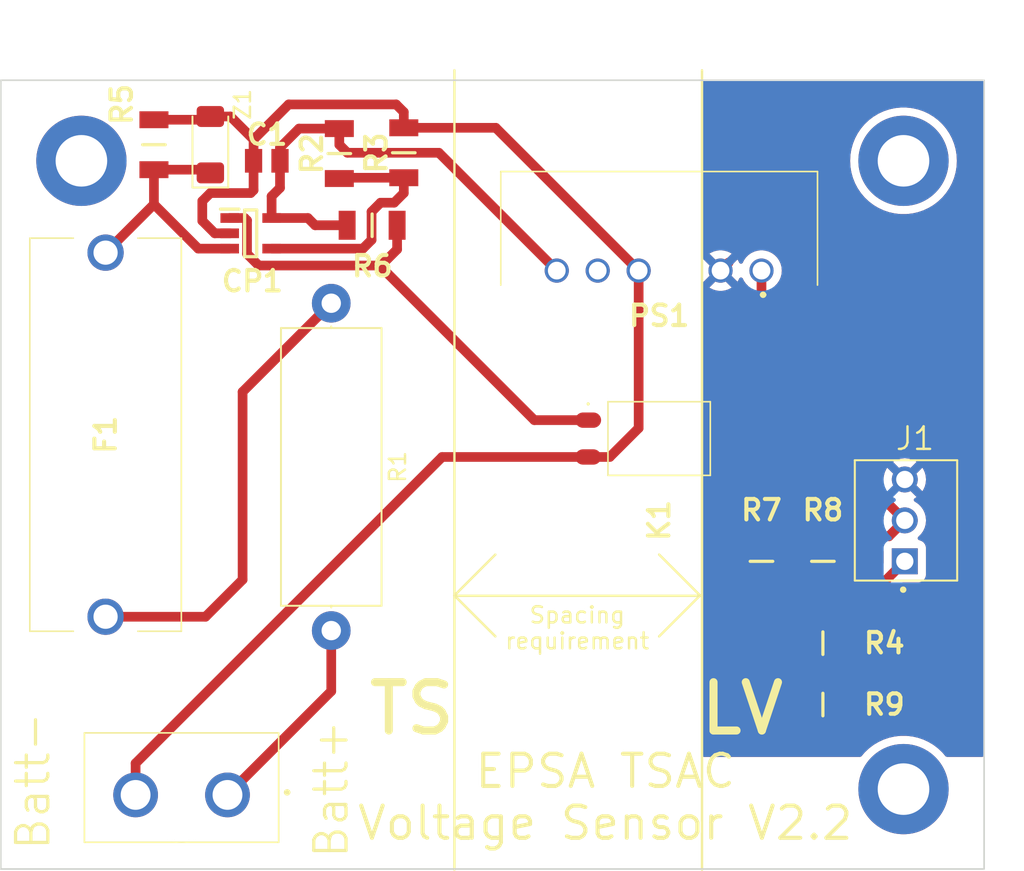
<source format=kicad_pcb>
(kicad_pcb (version 20240108) (generator "pcbnew") (generator_version "8.0")
  (layers (0 "F.Cu" signal) (31 "B.Cu" signal) (34 "B.Paste" user) (35 "F.Paste" user) (36 "B.SilkS" user "B.Silkscreen") (37 "F.SilkS" user "F.Silkscreen") (38 "B.Mask" user) (39 "F.Mask" user) (44 "Edge.Cuts" user))
  (net 0 "")
  (net 1 "Comp")
  (net 2 "0")
  (net 3 "+5V")
  (net 4 "Exit")
  (net 5 "+5VA")
  (net 6 "GND")
  (net 7 "+BATT")
  (net 8 "Net-(F1-Pad1)")
  (net 9 "Net-(CP1-IN-)")
  (net 10 "Net-(CP1-IN+)")
  (net 11 "Raw_Exit")
  (footprint "Diode_SMD:D_MiniMELF" (layer "F.Cu") (at 89 60.5 90)
    (property "Reference" "Z1" (at 2.5 2 90) (layer "F.SilkS"))
    (property "Value" "Zener TZM5224B-GS08")
    (fp_line (start 1.75 -1.11) (end -2.66 -1.11) (stroke (width 0.12)) (layer "F.SilkS"))
    (fp_line (start -2.66 -1.11) (end -2.66 1.11) (stroke (width 0.12)) (layer "F.SilkS"))
    (fp_line (start -2.66 1.11) (end 1.75 1.11) (stroke (width 0.12)) (layer "F.SilkS"))
    (pad "1" smd roundrect (at -1.75 0 90) (size 1.3 1.7) (layers "F.Cu" "F.Paste" "F.Mask") (roundrect_rratio 0.1923076923) (net 9 "Net-(CP1-IN-)"))
    (pad "2" smd roundrect (at 1.75 0 90) (size 1.3 1.7) (layers "F.Cu" "F.Paste" "F.Mask") (roundrect_rratio 0.1923076923) (net 2 "0"))
  )
  (footprint "EPSA_lib:RESC3216X70N" (layer "F.Cu") (at 127 86.36 90)
    (property "Reference" "R8" (at 3.175 0 0) (layer "F.SilkS") (effects (font (size 1.27 1.27) (thickness 0.254))))
    (property "Value" "8k2" (hide yes))
    (fp_line (start 0 -0.7) (end 0 0.7) (stroke (width 0.2)) (layer "F.SilkS"))
    (pad "1" smd rect (at -1.55 0 90) (size 1.05 1.8) (layers "F.Cu" "F.Paste" "F.Mask") (net 4 "Exit"))
    (pad "2" smd rect (at 1.55 0 90) (size 1.05 1.8) (layers "F.Cu" "F.Paste" "F.Mask") (net 5 "+5VA"))
  )
  (footprint "EPSA_lib:CPC1394GR" (layer "F.Cu") (at 116.84 78.74 -90)
    (property "Reference" "K1" (at 5.08 0 90) (layer "F.SilkS") (effects (font (size 1.27 1.27) (thickness 0.254))))
    (property "Value" "SSR CPC1394GR" (hide yes))
    (fp_line (start -2.2 4.4) (end -2.2 4.4) (stroke (width 0.1)) (layer "F.SilkS"))
    (fp_line (start -2.1 4.4) (end -2.1 4.4) (stroke (width 0.1)) (layer "F.SilkS"))
    (fp_line (start -2.286 3.175) (end -2.286 -3.175) (stroke (width 0.1)) (layer "F.SilkS"))
    (fp_line (start 2.286 3.175) (end -2.286 3.175) (stroke (width 0.1)) (layer "F.SilkS"))
    (fp_line (start -2.286 -3.175) (end 2.286 -3.175) (stroke (width 0.1)) (layer "F.SilkS"))
    (fp_line (start 2.286 -3.175) (end 2.286 3.175) (stroke (width 0.1)) (layer "F.SilkS"))
    (fp_arc (start -2.2 4.4) (mid -2.15 4.35) (end -2.1 4.4) (stroke (width 0.1)) (layer "F.SilkS"))
    (fp_arc (start -2.1 4.4) (mid -2.15 4.45) (end -2.2 4.4) (stroke (width 0.1)) (layer "F.SilkS"))
    (pad "1" smd oval (at -1.143 4.4 270) (size 0.95 1.6) (layers "F.Cu" "F.Paste" "F.Mask") (net 1 "Comp"))
    (pad "2" smd oval (at 1.143 4.4 270) (size 0.95 1.6) (layers "F.Cu" "F.Paste" "F.Mask") (net 2 "0"))
    (pad "3" smd oval (at 1.143 -4.4 270) (size 0.95 1.6) (layers "F.Cu" "F.Paste" "F.Mask") (net 11 "Raw_Exit"))
    (pad "4" smd oval (at -1.143 -4.4 270) (size 0.95 1.6) (layers "F.Cu" "F.Paste" "F.Mask") (net 5 "+5VA"))
  )
  (footprint "" (layer "F.Cu") (at 132 61.5)
    (property "Reference" "" (at 0 0 0) (layer "F.SilkS") (effects (font (size 1.27 1.27))))
    (property "Value" "")
    (pad "1" thru_hole circle (at 0 0) (size 5.6 5.6) (drill 3.2) (layers "*.Cu" "*.Mask"))
  )
  (footprint "EPSA_lib:SOT95P280X145-5N" (layer "F.Cu") (at 91.5 66)
    (property "Reference" "CP1" (at 0.103988 2.97137 0) (layer "F.SilkS") (effects (font (size 1.27 1.27) (thickness 0.254))))
    (property "Value" "Comparateur TS391ILT" (hide yes))
    (fp_line (start -1.875 -1.5) (end -0.725 -1.5) (stroke (width 0.2)) (layer "F.SilkS"))
    (fp_line (start -0.375 -1.45) (end 0.375 -1.45) (stroke (width 0.2)) (layer "F.SilkS"))
    (fp_line (start -0.375 1.45) (end -0.375 -1.45) (stroke (width 0.2)) (layer "F.SilkS"))
    (fp_line (start 0.375 -1.45) (end 0.375 1.45) (stroke (width 0.2)) (layer "F.SilkS"))
    (fp_line (start 0.375 1.45) (end -0.375 1.45) (stroke (width 0.2)) (layer "F.SilkS"))
    (pad "1" smd rect (at -1.3 -0.95 90) (size 0.6 1.15) (layers "F.Cu" "F.Paste" "F.Mask") (net 1 "Comp"))
    (pad "2" smd rect (at -1.3 0 90) (size 0.6 1.15) (layers "F.Cu" "F.Paste" "F.Mask") (net 2 "0"))
    (pad "3" smd rect (at -1.3 0.95 90) (size 0.6 1.15) (layers "F.Cu" "F.Paste" "F.Mask") (net 9 "Net-(CP1-IN-)"))
    (pad "4" smd rect (at 1.3 0.95 90) (size 0.6 1.15) (layers "F.Cu" "F.Paste" "F.Mask") (net 10 "Net-(CP1-IN+)"))
    (pad "5" smd rect (at 1.3 -0.95 90) (size 0.6 1.15) (layers "F.Cu" "F.Paste" "F.Mask") (net 3 "+5V"))
  )
  (footprint "EPSA_lib:RESC3216X70N" (layer "F.Cu") (at 123.19 86.36 -90)
    (property "Reference" "R7" (at -3.175 0 180) (layer "F.SilkS") (effects (font (size 1.27 1.27) (thickness 0.254))))
    (property "Value" "2k" (hide yes))
    (fp_line (start 0 -0.7) (end 0 0.7) (stroke (width 0.2)) (layer "F.SilkS"))
    (pad "1" smd rect (at -1.55 0 270) (size 1.05 1.8) (layers "F.Cu" "F.Paste" "F.Mask") (net 6 "GND"))
    (pad "2" smd rect (at 1.55 0 270) (size 1.05 1.8) (layers "F.Cu" "F.Paste" "F.Mask") (net 11 "Raw_Exit"))
  )
  (footprint "" (layer "F.Cu") (at 132 100.5)
    (property "Reference" "" (at 0 0 0) (layer "F.SilkS") (effects (font (size 1.27 1.27))))
    (property "Value" "")
    (pad "1" thru_hole circle (at 0 0) (size 5.6 5.6) (drill 3.2) (layers "*.Cu" "*.Mask"))
  )
  (footprint "Connecteur HV droit:2002411112" (layer "F.Cu") (at 90.0625 100.86)
    (property "Reference" "J2" (hide yes))
    (property "Value" "200241-1112" (hide yes))
    (fp_line (start -8.875 -3.85) (end 3.175 -3.85) (stroke (width 0.1)) (layer "F.SilkS"))
    (fp_line (start -8.875 2.94) (end -8.875 -3.85) (stroke (width 0.1)) (layer "F.SilkS"))
    (fp_line (start 3.175 -3.85) (end 3.175 2.94) (stroke (width 0.1)) (layer "F.SilkS"))
    (fp_line (start 3.175 2.94) (end -8.875 2.94) (stroke (width 0.1)) (layer "F.SilkS"))
    (fp_line (start 3.65 -0.16) (end 3.65 -0.16) (stroke (width 0.3)) (layer "F.SilkS"))
    (fp_line (start 3.75 -0.16) (end 3.75 -0.16) (stroke (width 0.3)) (layer "F.SilkS"))
    (fp_arc (start 3.65 -0.16) (mid 3.7 -0.21) (end 3.75 -0.16) (stroke (width 0.3)) (layer "F.SilkS"))
    (fp_arc (start 3.75 -0.16) (mid 3.7 -0.11) (end 3.65 -0.16) (stroke (width 0.3)) (layer "F.SilkS"))
    (pad "" np_thru_hole circle (at -2.85 1.34) (size 3.05 3.05) (drill 3.05) (layers "*.Cu" "*.Mask"))
    (pad "1" thru_hole circle (at 0 0) (size 2.775 2.775) (drill 1.85) (layers "*.Cu" "*.Mask") (net 7 "+BATT"))
    (pad "2" thru_hole circle (at -5.7 0) (size 2.775 2.775) (drill 1.85) (layers "*.Cu" "*.Mask") (net 2 "0"))
  )
  (footprint "" (layer "F.Cu") (at 81 61.5)
    (property "Reference" "" (at 0 0 0) (layer "F.SilkS") (effects (font (size 1.27 1.27))))
    (property "Value" "")
    (pad "1" thru_hole circle (at 0 0) (size 5.6 5.6) (drill 3.2) (layers "*.Cu" "*.Mask"))
  )
  (footprint "EPSA_lib:MOLEX_22-11-2032" (layer "F.Cu") (at 132.08 86.36 90)
    (property "Reference" "J1" (at 7.62 0.635 180) (layer "F.SilkS") (effects (font (size 1.4 1.4))))
    (property "Value" "3P Droit 22-11-2032")
    (fp_line (start 6.275 -3.1) (end -1.195 -3.1) (stroke (width 0.127)) (layer "F.SilkS"))
    (fp_line (start -1.195 -3.1) (end -1.195 3.25) (stroke (width 0.127)) (layer "F.SilkS"))
    (fp_line (start 6.275 3.25) (end 6.275 -3.1) (stroke (width 0.127)) (layer "F.SilkS"))
    (fp_line (start -1.195 3.25) (end 6.275 3.25) (stroke (width 0.127)) (layer "F.SilkS"))
    (fp_circle (center -1.76 -0.1) (end -1.66 -0.1) (stroke (width 0.2)) (fill none) (layer "F.SilkS"))
    (pad "1" thru_hole rect (at 0 0 90) (size 1.61 1.61) (drill 1.07) (layers "*.Cu" "*.Mask") (net 4 "Exit"))
    (pad "2" thru_hole circle (at 2.54 0 90) (size 1.61 1.61) (drill 1.07) (layers "*.Cu" "*.Mask") (net 5 "+5VA"))
    (pad "3" thru_hole circle (at 5.08 0 90) (size 1.61 1.61) (drill 1.07) (layers "*.Cu" "*.Mask") (net 6 "GND"))
  )
  (footprint "EPSA_lib:RESC3216X70N" (layer "F.Cu") (at 127 91.44)
    (property "Reference" "R4" (at 3.81 0 0) (layer "F.SilkS") (effects (font (size 1.27 1.27) (thickness 0.254))))
    (property "Value" "3k9" (hide yes))
    (fp_line (start 0 -0.7) (end 0 0.7) (stroke (width 0.2)) (layer "F.SilkS"))
    (pad "1" smd rect (at -1.55 0) (size 1.05 1.8) (layers "F.Cu" "F.Paste" "F.Mask") (net 11 "Raw_Exit"))
    (pad "2" smd rect (at 1.55 0) (size 1.05 1.8) (layers "F.Cu" "F.Paste" "F.Mask") (net 4 "Exit"))
  )
  (footprint "EPSA_lib:RESC3216X70N" (layer "F.Cu") (at 85.5 60.5 -90)
    (property "Reference" "R5" (at -2.5 2 90) (layer "F.SilkS") (effects (font (size 1.27 1.27) (thickness 0.254))))
    (property "Value" "33k" (hide yes))
    (fp_line (start 0 -0.7) (end 0 0.7) (stroke (width 0.2)) (layer "F.SilkS"))
    (pad "1" smd rect (at -1.55 0 270) (size 1.05 1.8) (layers "F.Cu" "F.Paste" "F.Mask") (net 2 "0"))
    (pad "2" smd rect (at 1.55 0 270) (size 1.05 1.8) (layers "F.Cu" "F.Paste" "F.Mask") (net 9 "Net-(CP1-IN-)"))
  )
  (footprint "EPSA_lib:0PTF0078P" (layer "F.Cu") (at 82.5 78.5 90)
    (property "Reference" "F1" (at 0 0 90) (layer "F.SilkS") (effects (font (size 1.27 1.27) (thickness 0.254))))
    (property "Value" "Fuse" (hide yes))
    (fp_line (start 12.2 -4.7) (end 12.2 -2) (stroke (width 0.1)) (layer "F.SilkS"))
    (fp_line (start -12.2 -4.7) (end 12.2 -4.7) (stroke (width 0.1)) (layer "F.SilkS"))
    (fp_line (start -12.2 -2) (end -12.2 -4.7) (stroke (width 0.1)) (layer "F.SilkS"))
    (fp_line (start -12.2 2) (end -12.2 4.7) (stroke (width 0.1)) (layer "F.SilkS"))
    (fp_line (start 12.2 4.7) (end 12.2 2) (stroke (width 0.1)) (layer "F.SilkS"))
    (fp_line (start -12.2 4.7) (end 12.2 4.7) (stroke (width 0.1)) (layer "F.SilkS"))
    (pad "1" thru_hole circle (at -11.3 0 90) (size 2.25 2.25) (drill 1.5) (layers "*.Cu" "*.Mask") (net 8 "Net-(F1-Pad1)"))
    (pad "2" thru_hole circle (at 11.3 0 90) (size 2.25 2.25) (drill 1.5) (layers "*.Cu" "*.Mask") (net 9 "Net-(CP1-IN-)"))
  )
  (footprint "EPSA_lib:RESC3216X70N" (layer "F.Cu") (at 101 61 90)
    (property "Reference" "R3" (at -0.011901 -1.701971 -90) (layer "F.SilkS") (effects (font (size 1.27 1.27) (thickness 0.254))))
    (property "Value" "1k" (hide yes))
    (fp_line (start 0 -0.7) (end 0 0.7) (stroke (width 0.2)) (layer "F.SilkS"))
    (pad "1" smd rect (at -1.55 0 90) (size 1.05 1.8) (layers "F.Cu" "F.Paste" "F.Mask") (net 10 "Net-(CP1-IN+)"))
    (pad "2" smd rect (at 1.55 0 90) (size 1.05 1.8) (layers "F.Cu" "F.Paste" "F.Mask") (net 2 "0"))
  )
  (footprint "EPSA_lib:RESC3216X70N" (layer "F.Cu") (at 99.035212 65.5 180)
    (property "Reference" "R6" (at -0.011901 -2.54 0) (layer "F.SilkS") (effects (font (size 1.27 1.27) (thickness 0.254))))
    (property "Value" "2k7" (hide yes))
    (fp_line (start 0 -0.7) (end 0 0.7) (stroke (width 0.2)) (layer "F.SilkS"))
    (pad "1" smd rect (at -1.55 0 180) (size 1.05 1.8) (layers "F.Cu" "F.Paste" "F.Mask") (net 1 "Comp"))
    (pad "2" smd rect (at 1.55 0 180) (size 1.05 1.8) (layers "F.Cu" "F.Paste" "F.Mask") (net 3 "+5V"))
  )
  (footprint "EPSA_lib:CAPC2012X130N" (layer "F.Cu") (at 92.5 61.5)
    (property "Reference" "C1" (at 0.011623 -1.627268 0) (layer "F.SilkS") (effects (font (size 1.27 1.27) (thickness 0.254))))
    (property "Value" "Condensateur 0805Y1000104JXT" (hide yes))
    (pad "1" smd rect (at -0.82 0) (size 1.07 1.47) (layers "F.Cu" "F.Paste" "F.Mask") (net 2 "0"))
    (pad "2" smd rect (at 0.82 0) (size 1.07 1.47) (layers "F.Cu" "F.Paste" "F.Mask") (net 3 "+5V"))
  )
  (footprint "EPSA_lib:RESC3216X70N" (layer "F.Cu") (at 97 61.05 90)
    (property "Reference" "R2" (at -0.011901 -1.701971 -90) (layer "F.SilkS") (effects (font (size 1.27 1.27) (thickness 0.254))))
    (property "Value" "1k2" (hide yes))
    (fp_line (start 0 -0.7) (end 0 0.7) (stroke (width 0.2)) (layer "F.SilkS"))
    (pad "1" smd rect (at -1.55 0 90) (size 1.05 1.8) (layers "F.Cu" "F.Paste" "F.Mask") (net 10 "Net-(CP1-IN+)"))
    (pad "2" smd rect (at 1.55 0 90) (size 1.05 1.8) (layers "F.Cu" "F.Paste" "F.Mask") (net 3 "+5V"))
  )
  (footprint "EPSA_lib:RESC3216X70N" (layer "F.Cu") (at 127 95.25)
    (property "Reference" "R9" (at 3.81 0 0) (layer "F.SilkS") (effects (font (size 1.27 1.27) (thickness 0.254))))
    (property "Value" "8k2" (hide yes))
    (fp_line (start 0 -0.7) (end 0 0.7) (stroke (width 0.2)) (layer "F.SilkS"))
    (pad "1" smd rect (at -1.55 0) (size 1.05 1.8) (layers "F.Cu" "F.Paste" "F.Mask") (net 6 "GND"))
    (pad "2" smd rect (at 1.55 0) (size 1.05 1.8) (layers "F.Cu" "F.Paste" "F.Mask") (net 4 "Exit"))
  )
  (footprint "Resistor_THT:R_Axial_DIN0617_L17.0mm_D6.0mm_P20.32mm_Horizontal" (layer "F.Cu") (at 96.5 70.34 -90)
    (property "Reference" "R1" (at 10.16 -4.12 90) (layer "F.SilkS"))
    (property "Value" "820k")
    (fp_line (start 1.54 3.12) (end 18.78 3.12) (stroke (width 0.12)) (layer "F.SilkS"))
    (fp_line (start 18.78 3.12) (end 18.78 -3.12) (stroke (width 0.12)) (layer "F.SilkS"))
    (fp_line (start 1.44 0) (end 1.54 0) (stroke (width 0.12)) (layer "F.SilkS"))
    (fp_line (start 18.88 0) (end 18.78 0) (stroke (width 0.12)) (layer "F.SilkS"))
    (fp_line (start 1.54 -3.12) (end 1.54 3.12) (stroke (width 0.12)) (layer "F.SilkS"))
    (fp_line (start 18.78 -3.12) (end 1.54 -3.12) (stroke (width 0.12)) (layer "F.SilkS"))
    (pad "1" thru_hole circle (at 0 0 270) (size 2.4 2.4) (drill 1.2) (layers "*.Cu" "*.Mask") (net 8 "Net-(F1-Pad1)"))
    (pad "2" thru_hole oval (at 20.32 0 270) (size 2.4 2.4) (drill 1.2) (layers "*.Cu" "*.Mask") (net 7 "+BATT"))
  )
  (footprint "EPSA_lib:PDM2S5S5S" (layer "F.Cu") (at 123.19 68.315 180)
    (property "Reference" "PS1" (at 6.35 -2.805 0) (layer "F.SilkS") (effects (font (size 1.27 1.27) (thickness 0.254))))
    (property "Value" "Alim Iso PDM2-S5-S5-S" (hide yes))
    (fp_line (start 16.175 6.15) (end 16.175 -0.9) (stroke (width 0.1)) (layer "F.SilkS"))
    (fp_line (start 0 -1.5) (end 0 -1.5) (stroke (width 0.2)) (layer "F.SilkS"))
    (fp_line (start -0.2 -1.5) (end -0.2 -1.5) (stroke (width 0.2)) (layer "F.SilkS"))
    (fp_line (start -3.475 6.15) (end 16.175 6.15) (stroke (width 0.1)) (layer "F.SilkS"))
    (fp_line (start -3.475 -0.9) (end -3.475 6.15) (stroke (width 0.1)) (layer "F.SilkS"))
    (fp_arc (start 0 -1.5) (mid -0.1 -1.4) (end -0.2 -1.5) (stroke (width 0.2)) (layer "F.SilkS"))
    (fp_arc (start -0.2 -1.5) (mid -0.1 -1.6) (end 0 -1.5) (stroke (width 0.2)) (layer "F.SilkS"))
    (pad "1" thru_hole circle (at 0 0 180) (size 1.5 1.5) (drill 1.1) (layers "*.Cu" "*.Mask") (net 5 "+5VA"))
    (pad "2" thru_hole circle (at 2.54 0 180) (size 1.5 1.5) (drill 1.1) (layers "*.Cu" "*.Mask") (net 6 "GND"))
    (pad "4" thru_hole circle (at 7.62 0 180) (size 1.5 1.5) (drill 1.1) (layers "*.Cu" "*.Mask") (net 2 "0"))
    (pad "5" thru_hole circle (at 10.16 0 180) (size 1.5 1.5) (drill 1.1) (layers "*.Cu" "*.Mask"))
    (pad "6" thru_hole circle (at 12.7 0 180) (size 1.5 1.5) (drill 1.1) (layers "*.Cu" "*.Mask") (net 3 "+5V"))
  )
  (gr_line (start 119.5 55.88) (end 119.5 105.5) (stroke (width 0.15)) (layer "F.SilkS"))
  (gr_line (start 106.68 91.02) (end 104.14 88.48) (stroke (width 0.15)) (layer "F.SilkS"))
  (gr_line (start 116.84 85.94) (end 119.38 88.48) (stroke (width 0.15)) (layer "F.SilkS"))
  (gr_line (start 104.14 55.88) (end 104.14 105.5) (stroke (width 0.15)) (layer "F.SilkS"))
  (gr_line (start 104.14 88.5) (end 119.38 88.5) (stroke (width 0.15)) (layer "F.SilkS"))
  (gr_line (start 119.38 88.48) (end 116.84 91.02) (stroke (width 0.15)) (layer "F.SilkS"))
  (gr_line (start 106.68 85.94) (end 104.14 88.48) (stroke (width 0.15)) (layer "F.SilkS"))
  (gr_rect (start 76 56.5) (end 137 105.46) (stroke (width 0.1)) (fill none) (layer "Edge.Cuts"))
  (gr_text "Batt+" (at 96.5 100.5 90) (layer "F.SilkS") (effects (font (size 2 2) (thickness 0.2))))
  (gr_text "TS" (at 101.5 95.5 0) (layer "F.SilkS") (effects (font (size 3 3) (thickness 0.5))))
  (gr_text "EPSA TSAC\nVoltage Sensor V2.2" (at 113.5 101 0) (layer "F.SilkS") (effects (font (size 2 2) (thickness 0.25))))
  (gr_text "Spacing\nrequirement" (at 111.76 90.5 0) (layer "F.SilkS") (effects (font (size 1 1))))
  (gr_text "Batt-" (at 78 100 90) (layer "F.SilkS") (effects (font (size 2 2) (thickness 0.2))))
  (gr_text "LV" (at 122 95.5 0) (layer "F.SilkS") (effects (font (size 3 3) (thickness 0.5))))
  (segment (start 91.275 65.2) (end 91.275 67.275) (width 0.6) (layer "F.Cu") (net 1))
  (segment (start 99.585212 68.085212) (end 99.585212 68) (width 0.6) (layer "F.Cu") (net 1))
  (segment (start 109.097 77.597) (end 99.585212 68.085212) (width 0.6) (layer "F.Cu") (net 1))
  (segment (start 91.275 67.275) (end 92 68) (width 0.6) (layer "F.Cu") (net 1))
  (segment (start 112.44 77.597) (end 109.097 77.597) (width 0.6) (layer "F.Cu") (net 1))
  (segment (start 91.125 65.05) (end 91.275 65.2) (width 0.6) (layer "F.Cu") (net 1))
  (segment (start 90.2 65.05) (end 91.125 65.05) (width 0.6) (layer "F.Cu") (net 1))
  (segment (start 100.585212 67) (end 100.585212 65.5) (width 0.6) (layer "F.Cu") (net 1))
  (segment (start 92 68) (end 99.585212 68) (width 0.6) (layer "F.Cu") (net 1))
  (segment (start 99.585212 68) (end 100.585212 67) (width 0.6) (layer "F.Cu") (net 1))
  (segment (start 101 59.45) (end 106.705 59.45) (width 0.6) (layer "F.Cu") (net 2))
  (segment (start 91.68 60.18) (end 93.86 58) (width 0.6) (layer "F.Cu") (net 2))
  (segment (start 88.5 64) (end 89 63.5) (width 0.6) (layer "F.Cu") (net 2))
  (segment (start 88.5 65.225) (end 88.5 64) (width 0.6) (layer "F.Cu") (net 2))
  (segment (start 91.5 63.5) (end 91.68 63.32) (width 0.6) (layer "F.Cu") (net 2))
  (segment (start 100.525 58) (end 101 58.475) (width 0.6) (layer "F.Cu") (net 2))
  (segment (start 112.44 79.883) (end 113.7785 79.883) (width 0.6) (layer "F.Cu") (net 2))
  (segment (start 90.25 58.75) (end 91.68 60.18) (width 0.6) (layer "F.Cu") (net 2))
  (segment (start 93.86 58) (end 100.525 58) (width 0.6) (layer "F.Cu") (net 2))
  (segment (start 84.3625 98.897779) (end 103.377279 79.883) (width 0.6) (layer "F.Cu") (net 2))
  (segment (start 91.68 63.32) (end 91.68 61.5) (width 0.6) (layer "F.Cu") (net 2))
  (segment (start 91.68 60.18) (end 91.68 61.5) (width 0.6) (layer "F.Cu") (net 2))
  (segment (start 103.377279 79.883) (end 112.44 79.883) (width 0.6) (layer "F.Cu") (net 2))
  (segment (start 113.7785 79.883) (end 115.57 78.0915) (width 0.6) (layer "F.Cu") (net 2))
  (segment (start 115.57 78.0915) (end 115.57 68.315) (width 0.6) (layer "F.Cu") (net 2))
  (segment (start 89 58.75) (end 90.25 58.75) (width 0.6) (layer "F.Cu") (net 2))
  (segment (start 85.5 58.95) (end 88.8 58.95) (width 0.6) (layer "F.Cu") (net 2))
  (segment (start 89.275 66) (end 88.5 65.225) (width 0.6) (layer "F.Cu") (net 2))
  (segment (start 106.705 59.45) (end 115.57 68.315) (width 0.6) (layer "F.Cu") (net 2))
  (segment (start 89 63.5) (end 91.5 63.5) (width 0.6) (layer "F.Cu") (net 2))
  (segment (start 101 58.475) (end 101 59.45) (width 0.6) (layer "F.Cu") (net 2))
  (segment (start 88.8 58.95) (end 89 58.75) (width 0.6) (layer "F.Cu") (net 2))
  (segment (start 90.2 66) (end 89.275 66) (width 0.6) (layer "F.Cu") (net 2))
  (segment (start 84.3625 100.86) (end 84.3625 98.897779) (width 0.6) (layer "F.Cu") (net 2))
  (segment (start 93.32 61.5) (end 93.32 60.68) (width 0.6) (layer "F.Cu") (net 3))
  (segment (start 92.8 65.05) (end 92.8 63.7) (width 0.6) (layer "F.Cu") (net 3))
  (segment (start 97.5 61) (end 103.175 61) (width 0.6) (layer "F.Cu") (net 3))
  (segment (start 93.32 63.18) (end 93.32 61.5) (width 0.6) (layer "F.Cu") (net 3))
  (segment (start 92.8 63.7) (end 93.32 63.18) (width 0.6) (layer "F.Cu") (net 3))
  (segment (start 95.5 65.5) (end 97.485212 65.5) (width 0.6) (layer "F.Cu") (net 3))
  (segment (start 92.8 65.05) (end 95.05 65.05) (width 0.6) (layer "F.Cu") (net 3))
  (segment (start 93.32 60.68) (end 94.5 59.5) (width 0.6) (layer "F.Cu") (net 3))
  (segment (start 95.05 65.05) (end 95.5 65.5) (width 0.6) (layer "F.Cu") (net 3))
  (segment (start 97 60.5) (end 97.5 61) (width 0.6) (layer "F.Cu") (net 3))
  (segment (start 97 59.5) (end 97 60.5) (width 0.6) (layer "F.Cu") (net 3))
  (segment (start 103.175 61) (end 110.49 68.315) (width 0.6) (layer "F.Cu") (net 3))
  (segment (start 94.5 59.5) (end 97 59.5) (width 0.6) (layer "F.Cu") (net 3))
  (segment (start 128.55 91.44) (end 128.55 89.46) (width 0.6) (layer "F.Cu") (net 4))
  (segment (start 128.55 91.44) (end 128.55 89.89) (width 0.6) (layer "F.Cu") (net 4))
  (segment (start 128.55 89.89) (end 132.08 86.36) (width 0.6) (layer "F.Cu") (net 4))
  (segment (start 128.55 89.46) (end 127 87.91) (width 0.6) (layer "F.Cu") (net 4))
  (segment (start 128.55 95.25) (end 128.55 91.44) (width 0.6) (layer "F.Cu") (net 4))
  (segment (start 121.24 77.597) (end 125.857 77.597) (width 0.6) (layer "F.Cu") (net 5))
  (segment (start 127 84.81) (end 131.09 84.81) (width 0.6) (layer "F.Cu") (net 5))
  (segment (start 131.09 84.81) (end 132.08 83.82) (width 0.6) (layer "F.Cu") (net 5))
  (segment (start 125.857 77.597) (end 132.08 83.82) (width 0.6) (layer "F.Cu") (net 5))
  (segment (start 123.19 74.93) (end 125.857 77.597) (width 0.6) (layer "F.Cu") (net 5))
  (segment (start 123.19 68.315) (end 123.19 74.93) (width 0.6) (layer "F.Cu") (net 5))
  (segment (start 120.65 68.315) (end 121.1525 67.8125) (width 0.6) (layer "F.Cu") (net 6))
  (segment (start 96.5 94.4225) (end 90.0625 100.86) (width 0.6) (layer "F.Cu") (net 7))
  (segment (start 96.5 90.66) (end 96.5 94.4225) (width 0.6) (layer "F.Cu") (net 7))
  (segment (start 96.5 70.34) (end 91 75.84) (width 0.6) (layer "F.Cu") (net 8))
  (segment (start 88.7 89.8) (end 82.5 89.8) (width 0.6) (layer "F.Cu") (net 8))
  (segment (start 91 87.5) (end 88.7 89.8) (width 0.6) (layer "F.Cu") (net 8))
  (segment (start 91 75.84) (end 91 87.5) (width 0.6) (layer "F.Cu") (net 8))
  (segment (start 88.25 66.95) (end 85.5 64.2) (width 0.6) (layer "F.Cu") (net 9))
  (segment (start 90.2 66.95) (end 88.25 66.95) (width 0.6) (layer "F.Cu") (net 9))
  (segment (start 85.5 62.05) (end 88.8 62.05) (width 0.6) (layer "F.Cu") (net 9))
  (segment (start 82.5 67.2) (end 85.5 64.2) (width 0.6) (layer "F.Cu") (net 9))
  (segment (start 85.5 64.2) (end 85.5 62.05) (width 0.6) (layer "F.Cu") (net 9))
  (segment (start 88.8 62.05) (end 89 62.25) (width 0.6) (layer "F.Cu") (net 9))
  (segment (start 97.05 62.55) (end 97 62.6) (width 0.6) (layer "F.Cu") (net 10))
  (segment (start 98.460212 66.95) (end 99 66.410212) (width 0.6) (layer "F.Cu") (net 10))
  (segment (start 101 63.5) (end 101 62.55) (width 0.6) (layer "F.Cu") (net 10))
  (segment (start 99 64.660212) (end 99.560212 64.1) (width 0.6) (layer "F.Cu") (net 10))
  (segment (start 92.8 66.95) (end 98.460212 66.95) (width 0.6) (layer "F.Cu") (net 10))
  (segment (start 100.4 64.1) (end 101 63.5) (width 0.6) (layer "F.Cu") (net 10))
  (segment (start 101 62.55) (end 97.05 62.55) (width 0.6) (layer "F.Cu") (net 10))
  (segment (start 99.560212 64.1) (end 100.4 64.1) (width 0.6) (layer "F.Cu") (net 10))
  (segment (start 99 66.410212) (end 99 64.660212) (width 0.6) (layer "F.Cu") (net 10))
  (segment (start 123.19 87.91) (end 123.19 89.18) (width 0.6) (layer "F.Cu") (net 11))
  (segment (start 121.24 79.883) (end 121.24 85.96) (width 0.6) (layer "F.Cu") (net 11))
  (segment (start 123.19 89.18) (end 125.45 91.44) (width 0.6) (layer "F.Cu") (net 11))
  (segment (start 121.24 85.96) (end 123.19 87.91) (width 0.6) (layer "F.Cu") (net 11))
  (zone (net 6) (net_name "GND") (layers "F&B.Cu") (connect_pads (clearance 0.508)) (min_thickness 0.254) (fill yes (thermal_gap 0.508) (thermal_bridge_width 0.508))
    (polygon (pts (xy 139.5 98.5) (xy 119.5 98.5) (xy 119.5 55) (xy 139.5 55)))
  )
)
</source>
